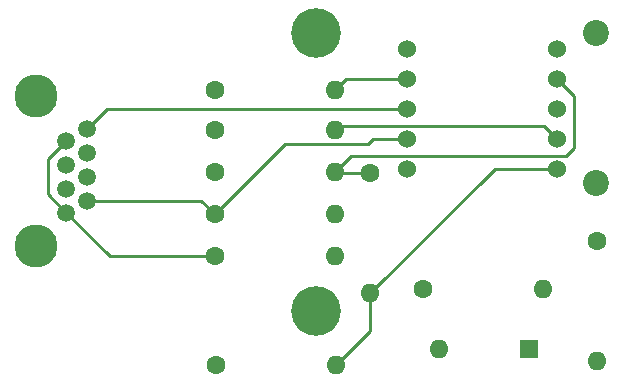
<source format=gbr>
%TF.GenerationSoftware,KiCad,Pcbnew,(6.0.9)*%
%TF.CreationDate,2022-12-29T15:09:43-06:00*%
%TF.ProjectId,Mr_Radar_Kit,4d725f52-6164-4617-925f-4b69742e6b69,rev?*%
%TF.SameCoordinates,Original*%
%TF.FileFunction,Copper,L2,Bot*%
%TF.FilePolarity,Positive*%
%FSLAX46Y46*%
G04 Gerber Fmt 4.6, Leading zero omitted, Abs format (unit mm)*
G04 Created by KiCad (PCBNEW (6.0.9)) date 2022-12-29 15:09:43*
%MOMM*%
%LPD*%
G01*
G04 APERTURE LIST*
%TA.AperFunction,ComponentPad*%
%ADD10C,1.600000*%
%TD*%
%TA.AperFunction,ComponentPad*%
%ADD11O,1.600000X1.600000*%
%TD*%
%TA.AperFunction,ComponentPad*%
%ADD12R,1.600000X1.600000*%
%TD*%
%TA.AperFunction,ComponentPad*%
%ADD13C,1.501140*%
%TD*%
%TA.AperFunction,ComponentPad*%
%ADD14C,3.649980*%
%TD*%
%TA.AperFunction,ComponentPad*%
%ADD15C,1.524000*%
%TD*%
%TA.AperFunction,WasherPad*%
%ADD16C,4.200000*%
%TD*%
%TA.AperFunction,ComponentPad*%
%ADD17C,2.200000*%
%TD*%
%TA.AperFunction,Conductor*%
%ADD18C,0.250000*%
%TD*%
G04 APERTURE END LIST*
D10*
%TO.P,R9,1*%
%TO.N,Net-(R1-Pad2)*%
X143560800Y-70205600D03*
D11*
%TO.P,R9,2*%
%TO.N,Net-(U1-Pad6)*%
X143560800Y-80365600D03*
%TD*%
D10*
%TO.P,R8,1*%
%TO.N,Net-(R2-Pad2)*%
X130505200Y-86461600D03*
D11*
%TO.P,R8,2*%
%TO.N,Net-(U1-Pad6)*%
X140665200Y-86461600D03*
%TD*%
D10*
%TO.P,R5,1*%
%TO.N,Net-(J1-Pad2)*%
X130429000Y-73660000D03*
D11*
%TO.P,R5,2*%
%TO.N,Net-(BT1-Pad2)*%
X140589000Y-73660000D03*
%TD*%
D10*
%TO.P,R2,1*%
%TO.N,Net-(J1-Pad3)*%
X130429000Y-66548000D03*
D11*
%TO.P,R2,2*%
%TO.N,Net-(R2-Pad2)*%
X140589000Y-66548000D03*
%TD*%
D12*
%TO.P,SW1,1,A*%
%TO.N,Net-(BT1-Pad1)*%
X157056500Y-85090000D03*
D11*
%TO.P,SW1,2,B*%
%TO.N,Net-(SW1-Pad2)*%
X149436500Y-85090000D03*
%TD*%
D10*
%TO.P,R4,1*%
%TO.N,Net-(R2-Pad2)*%
X130429000Y-63119000D03*
D11*
%TO.P,R4,2*%
%TO.N,Net-(BT1-Pad2)*%
X140589000Y-63119000D03*
%TD*%
D10*
%TO.P,R6,1*%
%TO.N,Net-(J1-Pad1)*%
X130429000Y-77216000D03*
D11*
%TO.P,R6,2*%
%TO.N,Net-(R6-Pad2)*%
X140589000Y-77216000D03*
%TD*%
D13*
%TO.P,J1,1*%
%TO.N,Net-(J1-Pad1)*%
X117856000Y-73533000D03*
%TO.P,J1,2*%
%TO.N,Net-(J1-Pad2)*%
X119634000Y-72517000D03*
%TO.P,J1,3*%
%TO.N,Net-(J1-Pad3)*%
X117856000Y-71501000D03*
%TO.P,J1,4*%
%TO.N,unconnected-(J1-Pad4)*%
X119634000Y-70485000D03*
%TO.P,J1,5*%
%TO.N,Net-(J1-Pad5)*%
X117856000Y-69469000D03*
%TO.P,J1,6*%
%TO.N,unconnected-(J1-Pad6)*%
X119634000Y-68453000D03*
%TO.P,J1,7*%
%TO.N,Net-(J1-Pad1)*%
X117856000Y-67437000D03*
%TO.P,J1,8*%
%TO.N,Net-(J1-Pad8)*%
X119634000Y-66421000D03*
D14*
%TO.P,J1,Hole*%
%TO.N,N/C*%
X115316000Y-76327000D03*
X115316000Y-63627000D03*
%TD*%
D10*
%TO.P,R3,1*%
%TO.N,Net-(R1-Pad2)*%
X162814000Y-75946000D03*
D11*
%TO.P,R3,2*%
%TO.N,Net-(BT1-Pad2)*%
X162814000Y-86106000D03*
%TD*%
D10*
%TO.P,R1,1*%
%TO.N,Net-(J1-Pad5)*%
X130429000Y-70104000D03*
D11*
%TO.P,R1,2*%
%TO.N,Net-(R1-Pad2)*%
X140589000Y-70104000D03*
%TD*%
D15*
%TO.P,U1,1,VBAT*%
%TO.N,Net-(SW1-Pad2)*%
X146662000Y-59643000D03*
%TO.P,U1,2,GND*%
%TO.N,Net-(BT1-Pad2)*%
X146662000Y-62183000D03*
%TO.P,U1,3,D4_A4*%
%TO.N,Net-(J1-Pad8)*%
X146662000Y-64723000D03*
%TO.P,U1,4,D3_A3*%
%TO.N,Net-(J1-Pad2)*%
X146662000Y-67263000D03*
%TO.P,U1,5,~{RESET}*%
%TO.N,unconnected-(U1-Pad5)*%
X146662000Y-69803000D03*
%TO.P,U1,6,3V3*%
%TO.N,Net-(U1-Pad6)*%
X159362000Y-69803000D03*
%TO.P,U1,7,D2_A1*%
%TO.N,Net-(R2-Pad2)*%
X159362000Y-67263000D03*
%TO.P,U1,8,D1_A0*%
%TO.N,Net-(R6-Pad2)*%
X159362000Y-64723000D03*
%TO.P,U1,9,D0_A2*%
%TO.N,Net-(R1-Pad2)*%
X159362000Y-62183000D03*
%TO.P,U1,10,USB*%
%TO.N,unconnected-(U1-Pad10)*%
X159362000Y-59643000D03*
%TD*%
D10*
%TO.P,R7,1*%
%TO.N,Net-(J1-Pad8)*%
X148082000Y-80010000D03*
D11*
%TO.P,R7,2*%
%TO.N,Net-(BT1-Pad2)*%
X158242000Y-80010000D03*
%TD*%
D16*
%TO.P,BT1,*%
%TO.N,*%
X139005000Y-58354000D03*
X139005000Y-81854000D03*
D17*
%TO.P,BT1,1,+*%
%TO.N,Net-(BT1-Pad1)*%
X162725000Y-58354000D03*
%TO.P,BT1,2,-*%
%TO.N,Net-(BT1-Pad2)*%
X162725000Y-71054000D03*
%TD*%
D18*
%TO.N,Net-(U1-Pad6)*%
X154123400Y-69803000D02*
X143560800Y-80365600D01*
X159362000Y-69803000D02*
X154123400Y-69803000D01*
X143560800Y-83566000D02*
X143560800Y-80365600D01*
X140665200Y-86461600D02*
X143560800Y-83566000D01*
%TO.N,Net-(R1-Pad2)*%
X140690600Y-70205600D02*
X140589000Y-70104000D01*
X143560800Y-70205600D02*
X140690600Y-70205600D01*
%TO.N,Net-(BT1-Pad2)*%
X146662000Y-62183000D02*
X141525000Y-62183000D01*
X141525000Y-62183000D02*
X140589000Y-63119000D01*
%TO.N,Net-(J1-Pad1)*%
X116311746Y-71988746D02*
X116311746Y-68981254D01*
X116311746Y-68981254D02*
X117856000Y-67437000D01*
X117856000Y-73533000D02*
X121539000Y-77216000D01*
X117856000Y-73533000D02*
X116311746Y-71988746D01*
X121539000Y-77216000D02*
X130429000Y-77216000D01*
%TO.N,Net-(J1-Pad2)*%
X143383000Y-67691000D02*
X143811000Y-67263000D01*
X130429000Y-73660000D02*
X136398000Y-67691000D01*
X136398000Y-67691000D02*
X143383000Y-67691000D01*
X119634000Y-72517000D02*
X129286000Y-72517000D01*
X129286000Y-72517000D02*
X130429000Y-73660000D01*
X143811000Y-67263000D02*
X146662000Y-67263000D01*
%TO.N,Net-(J1-Pad8)*%
X121332000Y-64723000D02*
X146662000Y-64723000D01*
X119634000Y-66421000D02*
X121332000Y-64723000D01*
%TO.N,Net-(R1-Pad2)*%
X160156400Y-68716000D02*
X160815601Y-68056799D01*
X140589000Y-70104000D02*
X141977000Y-68716000D01*
X141977000Y-68716000D02*
X160156400Y-68716000D01*
X160815601Y-63636601D02*
X159362000Y-62183000D01*
X160815601Y-68056799D02*
X160815601Y-63636601D01*
%TO.N,Net-(R2-Pad2)*%
X158275000Y-66176000D02*
X140961000Y-66176000D01*
X140961000Y-66176000D02*
X140589000Y-66548000D01*
X159362000Y-67263000D02*
X158275000Y-66176000D01*
%TD*%
M02*

</source>
